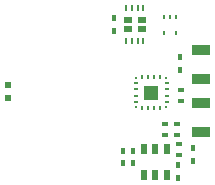
<source format=gbp>
G04 #@! TF.FileFunction,Paste,Bot*
%FSLAX46Y46*%
G04 Gerber Fmt 4.6, Leading zero omitted, Abs format (unit mm)*
G04 Created by KiCad (PCBNEW 4.0.7) date 2018. March 20., Tuesday 00:31:41*
%MOMM*%
%LPD*%
G01*
G04 APERTURE LIST*
%ADD10C,0.150000*%
%ADD11R,0.520000X0.848000*%
%ADD12R,0.200000X0.560000*%
%ADD13R,0.714000X0.498000*%
%ADD14R,1.599184X0.959104*%
%ADD15R,0.400000X0.480000*%
%ADD16R,0.272000X0.272000*%
%ADD17O,0.200000X0.488000*%
%ADD18O,0.488000X0.200000*%
%ADD19R,1.200000X1.200000*%
%ADD20R,0.240000X0.360000*%
%ADD21R,0.560000X0.480000*%
%ADD22R,0.320000X0.480000*%
%ADD23R,0.480000X0.320000*%
G04 APERTURE END LIST*
D10*
D11*
X110000Y-4894500D03*
X1060000Y-4894500D03*
X2010000Y-4894500D03*
X2010000Y-7094500D03*
X110000Y-7094500D03*
X1060000Y-7094500D03*
D12*
X-1442600Y7013300D03*
X-942600Y7013300D03*
X-442600Y7013300D03*
X57400Y7013300D03*
X57400Y4213300D03*
X-442600Y4213300D03*
X-942600Y4213300D03*
X-1442600Y4213300D03*
D13*
X-97600Y5198300D03*
X-1287600Y5198300D03*
X-97600Y6028300D03*
X-1287600Y6028300D03*
D14*
X4899020Y-1016750D03*
X4899020Y1000010D03*
X4899020Y-3516110D03*
X4899020Y3484130D03*
D15*
X3015800Y-7370000D03*
X3015800Y-6270000D03*
D16*
X-540000Y1111500D03*
D17*
X-40000Y1201500D03*
X460000Y1201500D03*
X990000Y1201500D03*
X1460000Y1201500D03*
D16*
X1990000Y1111500D03*
D18*
X2060000Y611500D03*
X2060000Y111500D03*
X2060000Y-418500D03*
X2060000Y-918500D03*
D16*
X1990000Y-1418500D03*
D17*
X1490000Y-1488500D03*
X990000Y-1488500D03*
X460000Y-1488500D03*
X-40000Y-1488500D03*
D16*
X-540000Y-1418500D03*
D18*
X-610000Y-918500D03*
X-610000Y-418500D03*
X-610000Y102500D03*
X-610000Y611500D03*
D19*
X725000Y-153500D03*
D20*
X1779200Y6275200D03*
X2779200Y6275200D03*
X1779200Y4875200D03*
X2279200Y6275200D03*
X2779200Y4875200D03*
D15*
X4285800Y-4809500D03*
X4285800Y-5909500D03*
D21*
X-11375000Y-603500D03*
X-11375000Y496500D03*
D22*
X-1706480Y-5090260D03*
X-806480Y-5090260D03*
D23*
X3025960Y-5443740D03*
X3025960Y-4543740D03*
D22*
X-1701400Y-6159600D03*
X-801400Y-6159600D03*
D23*
X3203760Y38420D03*
X3203760Y-861580D03*
X1893120Y-3741940D03*
X1893120Y-2841940D03*
X2904040Y-3741940D03*
X2904040Y-2841940D03*
D15*
X3127560Y1746060D03*
X3127560Y2846060D03*
X-2445200Y5063300D03*
X-2445200Y6163300D03*
M02*

</source>
